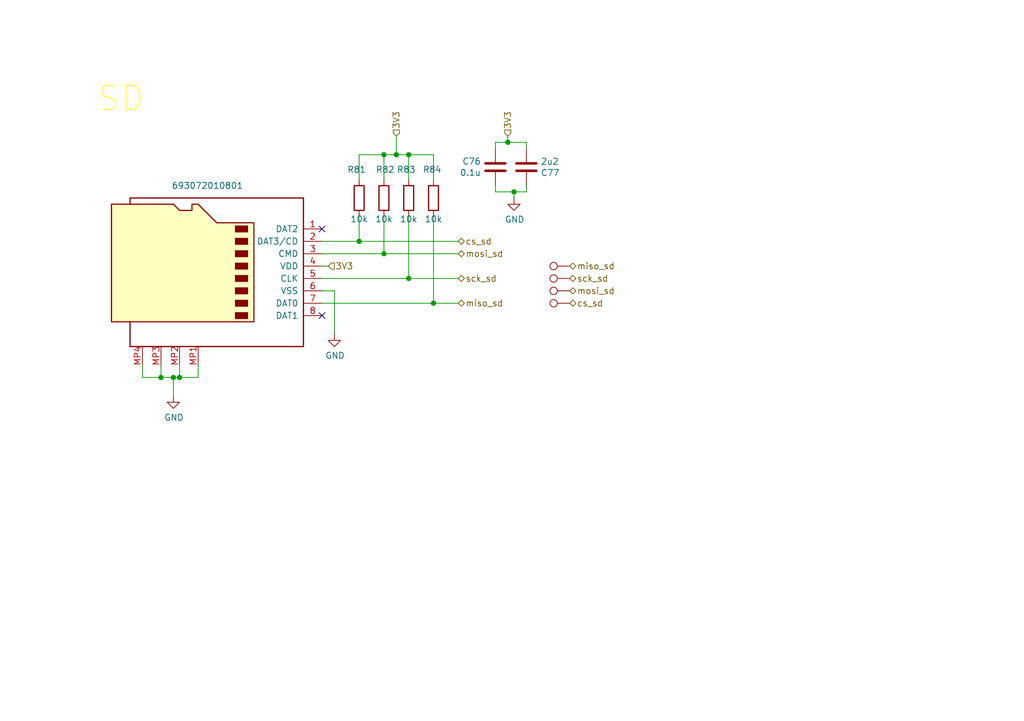
<source format=kicad_sch>
(kicad_sch (version 20231120) (generator "eeschema") (generator_version "8.0")
  (paper "A5")
  (lib_symbols
    (symbol "Connector:Micro_SD_Card" (pin_names (offset 1.016))
      (property "Reference" "J5" (at 0.635 19.05 0))
      (property "Value" "Micro_SD_Card" (at 0.635 16.51 0))
      (symbol "Micro_SD_Card_0_1"
        (rectangle (start -7.62 -9.525) (end -5.08 -10.795) (fill (type outline)))
        (rectangle (start -7.62 -6.985) (end -5.08 -8.255) (fill (type outline)))
        (rectangle (start -7.62 -4.445) (end -5.08 -5.715) (fill (type outline)))
        (rectangle (start -7.62 -1.905) (end -5.08 -3.175) (fill (type outline)))
        (rectangle (start -7.62 0.635) (end -5.08 -0.635) (fill (type outline)))
        (rectangle (start -7.62 3.175) (end -5.08 1.905) (fill (type outline)))
        (rectangle (start -7.62 5.715) (end -5.08 4.445) (fill (type outline)))
        (rectangle (start -7.62 8.255) (end -5.08 6.985) (fill (type outline)))
        (polyline (pts (xy 16.51 12.7) (xy 16.51 13.97) (xy -19.05 13.97) (xy -19.05 -16.51) (xy 16.51 -16.51) (xy 16.51 -11.43)) (stroke (width 0.254)))
        (polyline (pts (xy -8.89 -11.43) (xy -8.89 8.89) (xy -1.27 8.89) (xy 2.54 12.7) (xy 3.81 12.7) (xy 3.81 11.43) (xy 6.35 11.43) (xy 7.62 12.7) (xy 20.32 12.7) (xy 20.32 -11.43) (xy -8.89 -11.43)) (stroke (width 0.254)) (fill (type background)))
      )
      (symbol "Micro_SD_Card_1_1"
        (pin bidirectional line (at -22.86 7.62 0) (length 3.81) (name "DAT2") (number "1"))
        (pin bidirectional line (at -22.86 5.08 0) (length 3.81) (name "DAT3/CD") (number "2"))
        (pin input line (at -22.86 2.54 0) (length 3.81) (name "CMD") (number "3"))
        (pin power_in line (at -22.86 0 0) (length 3.81) (name "VDD") (number "4"))
        (pin input line (at -22.86 -2.54 0) (length 3.81) (name "CLK") (number "5"))
        (pin power_in line (at -22.86 -5.08 0) (length 3.81) (name "VSS") (number "6"))
        (pin bidirectional line (at -22.86 -7.62 0) (length 3.81) (name "DAT0") (number "7"))
        (pin bidirectional line (at -22.86 -10.16 0) (length 3.81) (name "DAT1") (number "8"))
        (pin passive line (at 2.54 -20.32 90) (length 3.81) (name "") (number "MP1"))
        (pin passive line (at 6.35 -20.32 90) (length 3.81) (name "") (number "MP2"))
        (pin passive line (at 10.16 -20.32 90) (length 3.81) (name "") (number "MP3"))
        (pin passive line (at 13.97 -20.32 90) (length 3.81) (name "") (number "MP4"))
      )
    )
    (symbol "Connector:TestPoint" (pin_numbers hide) (pin_names (offset 0.762) hide)
      (property "Reference" "TP" (at 0 6.858 0))
      (property "Value" "TestPoint" (at 0 5.08 0))
      (symbol "TestPoint_0_1"
        (circle (center 0 3.302) (radius 0.762))
      )
      (symbol "TestPoint_1_1"
        (pin passive line (at 0 0 90) (length 2.54) (name "1") (number "1"))
      )
    )
    (symbol "Device:C" (pin_numbers hide) (pin_names (offset 0.254))
      (property "Reference" "C" (at 0.635 2.54 0))
      (property "Value" "C" (at 0.635 -2.54 0))
      (symbol "C_0_1"
        (polyline (pts (xy -2.032 -0.762) (xy 2.032 -0.762)) (stroke (width 0.508)))
        (polyline (pts (xy -2.032 0.762) (xy 2.032 0.762)) (stroke (width 0.508)))
      )
      (symbol "C_1_1"
        (pin passive line (at 0 3.81 270) (length 2.794) (name "~") (number "1"))
        (pin passive line (at 0 -3.81 90) (length 2.794) (name "~") (number "2"))
      )
    )
    (symbol "Device:R" (pin_numbers hide) (pin_names (offset 0))
      (property "Reference" "R" (at 2.032 0 90))
      (property "Value" "R" (at 0 0 90))
      (symbol "R_0_1"
        (rectangle (start -1.016 -2.54) (end 1.016 2.54) (stroke (width 0.254)))
      )
      (symbol "R_1_1"
        (pin passive line (at 0 3.81 270) (length 1.27) (name "~") (number "1"))
        (pin passive line (at 0 -3.81 90) (length 1.27) (name "~") (number "2"))
      )
    )
    (symbol "power:GND" (power) (pin_numbers hide) (pin_names (offset 0) hide)
      (property "Value" "GND" (at 0 -3.81 0))
      (symbol "GND_0_1"
        (polyline (pts (xy 0 0) (xy 0 -1.27) (xy 1.27 -1.27) (xy 0 -2.54) (xy -1.27 -1.27) (xy 0 -1.27)))
      )
      (symbol "GND_1_1"
        (pin power_in line (at 0 0 270) (length 0) (name "~") (number "1"))
      )
    )
  )
  (junction (at 104.14 29.21))
  (junction (at 33.02 77.47))
  (junction (at 78.74 52.07))
  (junction (at 35.56 77.47))
  (junction (at 88.9 62.23))
  (junction (at 83.82 57.15))
  (junction (at 105.41 39.37))
  (junction (at 78.74 31.75))
  (junction (at 36.83 77.47))
  (junction (at 83.82 31.75))
  (junction (at 73.66 49.53))
  (junction (at 81.28 31.75))
  (no_connect (at 66.04 46.99))
  (no_connect (at 66.04 64.77))
  (wire (pts (xy 81.28 31.75) (xy 83.82 31.75)))
  (wire (pts (xy 88.9 31.75) (xy 88.9 36.83)))
  (wire (pts (xy 88.9 44.45) (xy 88.9 62.23)))
  (wire (pts (xy 29.21 74.93) (xy 29.21 77.47)))
  (wire (pts (xy 83.82 44.45) (xy 83.82 57.15)))
  (wire (pts (xy 67.31 54.61) (xy 66.04 54.61)))
  (wire (pts (xy 73.66 49.53) (xy 66.04 49.53)))
  (wire (pts (xy 83.82 31.75) (xy 88.9 31.75)))
  (wire (pts (xy 36.83 77.47) (xy 40.64 77.47)))
  (wire (pts (xy 104.14 29.21) (xy 107.95 29.21)))
  (wire (pts (xy 107.95 39.37) (xy 107.95 38.1)))
  (wire (pts (xy 78.74 36.83) (xy 78.74 31.75)))
  (wire (pts (xy 101.6 39.37) (xy 105.41 39.37)))
  (wire (pts (xy 105.41 40.64) (xy 105.41 39.37)))
  (wire (pts (xy 83.82 57.15) (xy 66.04 57.15)))
  (wire (pts (xy 105.41 39.37) (xy 107.95 39.37)))
  (wire (pts (xy 88.9 62.23) (xy 93.98 62.23)))
  (wire (pts (xy 78.74 44.45) (xy 78.74 52.07)))
  (wire (pts (xy 73.66 31.75) (xy 78.74 31.75)))
  (wire (pts (xy 101.6 30.48) (xy 101.6 29.21)))
  (wire (pts (xy 68.58 59.69) (xy 66.04 59.69)))
  (wire (pts (xy 78.74 52.07) (xy 66.04 52.07)))
  (wire (pts (xy 104.14 27.94) (xy 104.14 29.21)))
  (wire (pts (xy 93.98 57.15) (xy 83.82 57.15)))
  (wire (pts (xy 66.04 62.23) (xy 88.9 62.23)))
  (wire (pts (xy 93.98 52.07) (xy 78.74 52.07)))
  (wire (pts (xy 73.66 49.53) (xy 93.98 49.53)))
  (wire (pts (xy 78.74 31.75) (xy 81.28 31.75)))
  (wire (pts (xy 81.28 31.75) (xy 81.28 27.94)))
  (wire (pts (xy 40.64 77.47) (xy 40.64 74.93)))
  (wire (pts (xy 83.82 31.75) (xy 83.82 36.83)))
  (wire (pts (xy 101.6 39.37) (xy 101.6 38.1)))
  (wire (pts (xy 35.56 81.28) (xy 35.56 77.47)))
  (wire (pts (xy 101.6 29.21) (xy 104.14 29.21)))
  (wire (pts (xy 68.58 68.58) (xy 68.58 59.69)))
  (wire (pts (xy 73.66 36.83) (xy 73.66 31.75)))
  (wire (pts (xy 33.02 74.93) (xy 33.02 77.47)))
  (wire (pts (xy 36.83 74.93) (xy 36.83 77.47)))
  (wire (pts (xy 73.66 44.45) (xy 73.66 49.53)))
  (wire (pts (xy 33.02 77.47) (xy 35.56 77.47)))
  (wire (pts (xy 107.95 29.21) (xy 107.95 30.48)))
  (wire (pts (xy 35.56 77.47) (xy 36.83 77.47)))
  (wire (pts (xy 29.21 77.47) (xy 33.02 77.47)))
  (text "SD" (at 19.812 23.368 0) (effects (font (size 5 5)) (justify left bottom)))
  (hierarchical_label "3V3" (shape input) (at 81.28 27.94 90))
  (hierarchical_label "cs_sd" (shape bidirectional) (at 116.84 62.23 0))
  (hierarchical_label "sck_sd" (shape bidirectional) (at 93.98 57.15 0))
  (hierarchical_label "miso_sd" (shape bidirectional) (at 116.84 54.61 0))
  (hierarchical_label "miso_sd" (shape bidirectional) (at 93.98 62.23 0))
  (hierarchical_label "sck_sd" (shape bidirectional) (at 116.84 57.15 0))
  (hierarchical_label "cs_sd" (shape bidirectional) (at 93.98 49.53 0))
  (hierarchical_label "3V3" (shape input) (at 67.31 54.61 0))
  (hierarchical_label "3V3" (shape input) (at 104.14 27.94 90))
  (hierarchical_label "mosi_sd" (shape bidirectional) (at 116.84 59.69 0))
  (hierarchical_label "mosi_sd" (shape bidirectional) (at 93.98 52.07 0))
  (symbol (lib_id "Connector:TestPoint") (at 116.84 59.69 90) (mirror x) (unit 1) (in_bom no)
    (property "Reference" "TP4" (effects (hide yes)))
    (property "Value" "TestPoint" (effects (hide yes)))
    (property "Footprint" "TestPoint:TestPoint_Pad_D1.0mm" (effects (hide yes)))
    (property "Description" "test point" (effects (hide yes)))
  )
  (symbol (lib_id "Device:R") (at 88.9 40.64 180) (unit 1)
    (property "Reference" "R84" (at 88.646 34.798 0))
    (property "Value" "10k" (at 88.9 44.958 0))
    (property "Footprint" "Resistor_SMD:R_0603_1608Metric_Pad0.98x0.95mm_HandSolder" (effects (hide yes)))
    (property "Description" "Resistor" (effects (hide yes)))
  )
  (symbol (lib_id "Connector:TestPoint") (at 116.84 54.61 90) (mirror x) (unit 1) (in_bom no)
    (property "Reference" "TP2" (effects (hide yes)))
    (property "Value" "TestPoint" (effects (hide yes)))
    (property "Footprint" "TestPoint:TestPoint_Pad_D1.0mm" (effects (hide yes)))
    (property "Description" "test point" (effects (hide yes)))
  )
  (symbol (lib_id "Device:C") (at 107.95 34.29 0) (mirror x) (unit 1)
    (property "Reference" "C77" (at 110.871 35.4584 0) (effects (justify left)))
    (property "Value" "2u2" (at 110.871 33.147 0) (effects (justify left)))
    (property "Footprint" "Capacitor_SMD:C_0805_2012Metric_Pad1.18x1.45mm_HandSolder" (effects (hide yes)))
    (property "Description" "Unpolarized capacitor" (effects (hide yes)))
  )
  (symbol (lib_id "Device:R") (at 73.66 40.64 180) (unit 1)
    (property "Reference" "R81" (at 73.152 34.798 0))
    (property "Value" "10k" (at 73.66 44.958 0))
    (property "Footprint" "Resistor_SMD:R_0603_1608Metric_Pad0.98x0.95mm_HandSolder" (effects (hide yes)))
    (property "Description" "Resistor" (effects (hide yes)))
  )
  (symbol (lib_id "Connector:TestPoint") (at 116.84 57.15 90) (mirror x) (unit 1) (in_bom no)
    (property "Reference" "TP3" (effects (hide yes)))
    (property "Value" "TestPoint" (effects (hide yes)))
    (property "Footprint" "TestPoint:TestPoint_Pad_D1.0mm" (effects (hide yes)))
    (property "Description" "test point" (effects (hide yes)))
  )
  (symbol (lib_id "Device:R") (at 78.74 40.64 180) (unit 1)
    (property "Reference" "R82" (at 78.994 34.798 0))
    (property "Value" "10k" (at 78.74 44.958 0))
    (property "Footprint" "Resistor_SMD:R_0603_1608Metric_Pad0.98x0.95mm_HandSolder" (effects (hide yes)))
    (property "Description" "Resistor" (effects (hide yes)))
  )
  (symbol (lib_id "Device:C") (at 101.6 34.29 0) (mirror y) (unit 1)
    (property "Reference" "C76" (at 98.679 33.1216 0) (effects (justify left)))
    (property "Value" "0.1u" (at 98.679 35.433 0) (effects (justify left)))
    (property "Footprint" "Capacitor_SMD:C_0402_1005Metric_Pad0.74x0.62mm_HandSolder" (effects (hide yes)))
    (property "Description" "Unpolarized capacitor" (effects (hide yes)))
  )
  (symbol (lib_id "Connector:Micro_SD_Card") (at 43.18 54.61 0) (mirror y) (unit 1)
    (property "Reference" "J1" (effects (hide yes)))
    (property "Value" "693072010801" (at 42.545 38.1 0))
    (property "Footprint" "SamacSys_Parts:693072010801" (effects (hide yes)))
    (property "Datasheet" "https://www.we-online.de/katalog/datasheet/693072010801.pdf" (effects (hide yes)))
    (property "Description" "Micro SD Card Socket" (effects (hide yes)))
    (property "Mouser Part Number" "710-693072010801" (effects (hide yes)))
    (property "Manufacturer_Part_Number" "693072010801" (effects (hide yes)))
  )
  (symbol (lib_id "power:GND") (at 35.56 81.28 0) (unit 1)
    (property "Reference" "#PWR042" (effects (hide yes)))
    (property "Value" "GND" (at 35.687 85.6742 0))
    (property "Description" "Power symbol creates a global label with name \"GND\" , ground" (effects (hide yes)))
  )
  (symbol (lib_id "Connector:TestPoint") (at 116.84 62.23 90) (mirror x) (unit 1) (in_bom no)
    (property "Reference" "TP5" (effects (hide yes)))
    (property "Value" "TestPoint" (effects (hide yes)))
    (property "Footprint" "TestPoint:TestPoint_Pad_D1.0mm" (effects (hide yes)))
    (property "Description" "test point" (effects (hide yes)))
  )
  (symbol (lib_id "power:GND") (at 105.41 40.64 0) (unit 1)
    (property "Reference" "#PWR05" (effects (hide yes)))
    (property "Value" "GND" (at 105.537 45.0342 0))
    (property "Description" "Power symbol creates a global label with name \"GND\" , ground" (effects (hide yes)))
  )
  (symbol (lib_id "power:GND") (at 68.58 68.58 0) (unit 1)
    (property "Reference" "#PWR0108" (effects (hide yes)))
    (property "Value" "GND" (at 68.707 72.9742 0))
    (property "Description" "Power symbol creates a global label with name \"GND\" , ground" (effects (hide yes)))
  )
  (symbol (lib_id "Device:R") (at 83.82 40.64 180) (unit 1)
    (property "Reference" "R83" (at 83.312 34.798 0))
    (property "Value" "10k" (at 83.82 44.958 0))
    (property "Footprint" "Resistor_SMD:R_0603_1608Metric_Pad0.98x0.95mm_HandSolder" (effects (hide yes)))
    (property "Description" "Resistor" (effects (hide yes)))
  )
)
</source>
